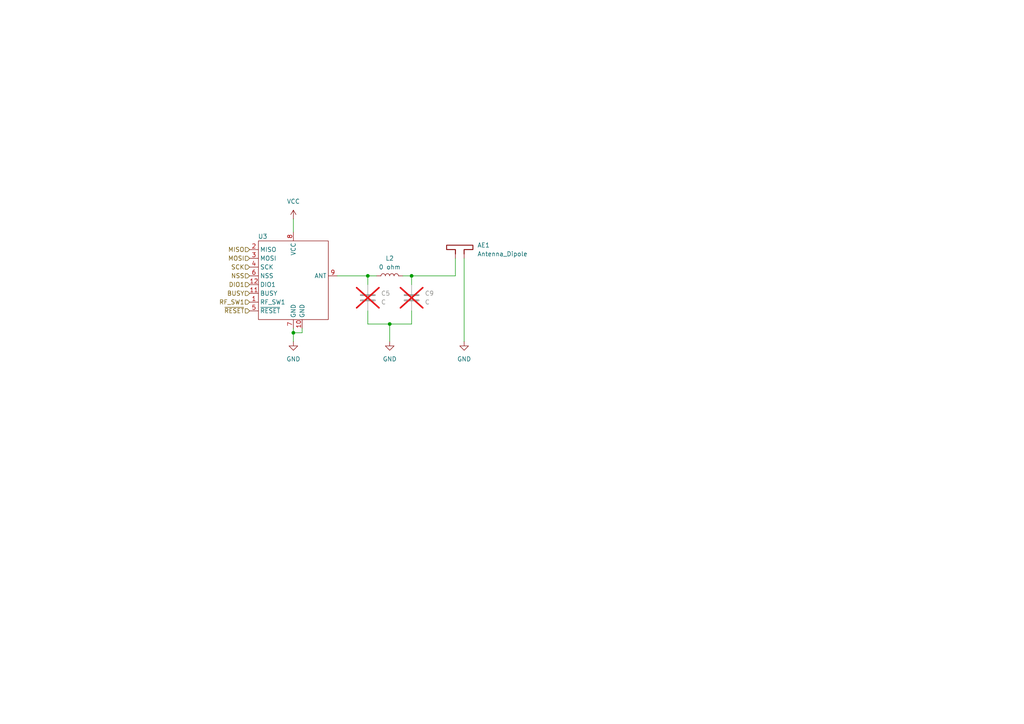
<source format=kicad_sch>
(kicad_sch (version 20250114) (generator "eeschema") (generator_version "9.0")
  (paper "A4")
  (title_block (title "Wio LoRa Module with SX1262") (date "2025-04-06") (rev "1.0"))
  (lib_symbols
    (symbol "Device:Antenna_Dipole" (pin_numbers (hide yes)) (pin_names (offset 1.016) (hide yes))
      (property "Reference" "AE" (at 1.27 1.27 0))
      (property "Value" "Antenna_Dipole" (at 1.27 0 0))
      (symbol "Antenna_Dipole_0_1"
        (polyline (pts (xy 2.54 -3.81) (xy 2.54 -2.54) (xy 5.08 -2.54) (xy 5.08 -1.27) (xy -2.54 -1.27) (xy -2.54 -2.54) (xy 0 -2.54) (xy 0 -3.81)) (stroke (width 0.254)))
      )
      (symbol "Antenna_Dipole_1_1"
        (pin input line (at 0 -5.08 90) (length 2.54) (name "~") (number "1"))
        (pin input line (at 2.54 -5.08 90) (length 2.54) (name "~") (number "2"))
      )
    )
    (symbol "Device:C" (pin_numbers (hide yes)) (pin_names (offset 0.254))
      (property "Reference" "C" (at 0.635 2.54 0))
      (property "Value" "C" (at 0.635 -2.54 0))
      (symbol "C_0_1"
        (polyline (pts (xy -2.032 0.762) (xy 2.032 0.762)) (stroke (width 0.508)))
        (polyline (pts (xy -2.032 -0.762) (xy 2.032 -0.762)) (stroke (width 0.508)))
      )
      (symbol "C_1_1"
        (pin passive line (at 0 3.81 270) (length 2.794) (name "~") (number "1"))
        (pin passive line (at 0 -3.81 90) (length 2.794) (name "~") (number "2"))
      )
    )
    (symbol "Device:L" (pin_numbers (hide yes)) (pin_names (offset 1.016) (hide yes))
      (property "Reference" "L" (at -1.27 0 90))
      (property "Value" "L" (at 1.905 0 90))
      (symbol "L_0_1"
        (arc (start 0 2.54) (mid 0.6323 1.905) (end 0 1.27))
        (arc (start 0 1.27) (mid 0.6323 0.635) (end 0 0))
        (arc (start 0 0) (mid 0.6323 -0.635) (end 0 -1.27))
        (arc (start 0 -1.27) (mid 0.6323 -1.905) (end 0 -2.54))
      )
      (symbol "L_1_1"
        (pin passive line (at 0 3.81 270) (length 1.27) (name "1") (number "1"))
        (pin passive line (at 0 -3.81 90) (length 1.27) (name "2") (number "2"))
      )
    )
    (symbol "power:GND" (power) (pin_numbers (hide yes)) (pin_names (offset 0) (hide yes))
      (property "Value" "GND" (at 0 -3.81 0))
      (symbol "GND_0_1"
        (polyline (pts (xy 0 0) (xy 0 -1.27) (xy 1.27 -1.27) (xy 0 -2.54) (xy -1.27 -1.27) (xy 0 -1.27)))
      )
      (symbol "GND_1_1"
        (pin power_in line (at 0 0 270) (length 0) (name "~") (number "1"))
      )
    )
    (symbol "power:VCC" (power) (pin_numbers (hide yes)) (pin_names (offset 0) (hide yes))
      (property "Value" "VCC" (at 0 3.556 0))
      (symbol "VCC_0_1"
        (polyline (pts (xy -0.762 1.27) (xy 0 2.54)))
        (polyline (pts (xy 0 2.54) (xy 0.762 1.27)))
        (polyline (pts (xy 0 0) (xy 0 2.54)))
      )
      (symbol "VCC_1_1"
        (pin power_in line (at 0 0 90) (length 0) (name "~") (number "1"))
      )
    )
    (symbol "sensecap:Wio-SX1262"
      (property "Reference" "U" (at -9.652 11.43 0))
      (symbol "Wio-SX1262_1_0"
        (rectangle (start -10.1346 -12.6746) (end 10.1346 10.1346))
        (pin bidirectional line (at -12.7 7.62 0) (length 2.5146) (name "MISO") (number "2"))
        (pin bidirectional line (at -12.7 5.08 0) (length 2.5146) (name "MOSI") (number "3"))
        (pin bidirectional line (at -12.7 2.54 0) (length 2.5146) (name "SCK") (number "4"))
        (pin bidirectional line (at -12.7 0 0) (length 2.5146) (name "NSS") (number "6"))
        (pin bidirectional line (at -12.7 -2.54 0) (length 2.5146) (name "DIO1") (number "12"))
        (pin output line (at -12.7 -5.08 0) (length 2.5146) (name "BUSY") (number "11"))
        (pin input line (at -12.7 -7.62 0) (length 2.5146) (name "RF_SW1") (number "1"))
        (pin input line (at -12.7 -10.16 0) (length 2.5146) (name "~{RESET}") (number "5"))
        (pin power_in line (at 0 12.7 270) (length 2.5146) (name "VCC") (number "8"))
        (pin power_in line (at 0 -15.24 90) (length 2.5146) (name "GND") (number "7"))
        (pin power_in line (at 2.54 -15.24 90) (length 2.5146) (name "GND") (number "10"))
        (pin bidirectional line (at 12.7 0 180) (length 2.5146) (name "ANT") (number "9"))
      )
    )
  )
  (junction (at 106.68 80.01))
  (junction (at 113.03 93.98))
  (junction (at 119.38 80.01))
  (junction (at 85.09 96.52))
  (wire (pts (xy 85.09 63.5) (xy 85.09 67.31)))
  (wire (pts (xy 119.38 80.01) (xy 119.38 82.55)))
  (wire (pts (xy 85.09 95.25) (xy 85.09 96.52)))
  (wire (pts (xy 106.68 80.01) (xy 109.22 80.01)))
  (wire (pts (xy 119.38 93.98) (xy 119.38 90.17)))
  (wire (pts (xy 106.68 90.17) (xy 106.68 93.98)))
  (wire (pts (xy 113.03 93.98) (xy 113.03 99.06)))
  (wire (pts (xy 85.09 96.52) (xy 85.09 99.06)))
  (wire (pts (xy 97.79 80.01) (xy 106.68 80.01)))
  (wire (pts (xy 132.08 80.01) (xy 132.08 74.93)))
  (wire (pts (xy 113.03 93.98) (xy 119.38 93.98)))
  (wire (pts (xy 87.63 95.25) (xy 87.63 96.52)))
  (wire (pts (xy 134.62 74.93) (xy 134.62 99.06)))
  (wire (pts (xy 106.68 93.98) (xy 113.03 93.98)))
  (wire (pts (xy 87.63 96.52) (xy 85.09 96.52)))
  (wire (pts (xy 119.38 80.01) (xy 132.08 80.01)))
  (wire (pts (xy 106.68 80.01) (xy 106.68 82.55)))
  (wire (pts (xy 116.84 80.01) (xy 119.38 80.01)))
  (hierarchical_label "DIO1" (shape input) (at 72.39 82.55 180))
  (hierarchical_label "BUSY" (shape input) (at 72.39 85.09 180))
  (hierarchical_label "~{RESET}" (shape input) (at 72.39 90.17 180))
  (hierarchical_label "MISO" (shape input) (at 72.39 72.39 180))
  (hierarchical_label "MOSI" (shape input) (at 72.39 74.93 180))
  (hierarchical_label "NSS" (shape input) (at 72.39 80.01 180))
  (hierarchical_label "SCK" (shape input) (at 72.39 77.47 180))
  (hierarchical_label "RF_SW1" (shape input) (at 72.39 87.63 180))
  (symbol (lib_id "Device:L") (at 113.03 80.01 90) (unit 1)
    (property "Reference" "L2" (at 113.03 74.93 90))
    (property "Value" "0 ohm" (at 113.03 77.47 90))
    (property "Footprint" "Inductor_SMD:L_0603_1608Metric" (effects (hide yes)))
    (property "Description" "Inductor" (effects (hide yes)))
  )
  (symbol (lib_id "Device:C") (at 119.38 86.36 0) (unit 1) (in_bom no) (dnp yes)
    (property "Reference" "C9" (at 123.19 85.0899 0) (effects (justify left)))
    (property "Value" "C" (at 123.19 87.6299 0) (effects (justify left)))
    (property "Footprint" "Capacitor_SMD:C_0603_1608Metric" (effects (hide yes)))
    (property "Description" "Unpolarized capacitor" (effects (hide yes)))
  )
  (symbol (lib_id "sensecap:Wio-SX1262") (at 85.09 80.01 0) (unit 1)
    (property "Reference" "U3" (at 76.2 68.58 0))
    (property "Value" "Wio-SX1262 / 113991436" (effects (hide yes)))
    (property "Footprint" "sensecap:MODULE12P-1.27-11X11.6MM" (effects (hide yes)))
    (property "Datasheet" "https://files.seeedstudio.com/products/SenseCAP/Wio_SX1262/Wio-SX1262_Module_Datasheet.pdf" (effects (hide yes)))
    (property "Manufacturer" "seeed studio" (effects (hide yes)))
  )
  (symbol (lib_id "power:GND") (at 134.62 99.06 0) (unit 1)
    (property "Reference" "#PWR03" (effects (hide yes)))
    (property "Value" "GND" (at 134.62 104.14 0))
    (property "Description" "Power symbol creates a global label with name \"GND\" , ground" (effects (hide yes)))
  )
  (symbol (lib_id "Device:Antenna_Dipole") (at 132.08 69.85 0) (unit 1) (in_bom no)
    (property "Reference" "AE1" (at 138.43 71.1199 0) (effects (justify left)))
    (property "Value" "Antenna_Dipole" (at 138.43 73.6599 0) (effects (justify left)))
    (property "Footprint" "Antennas:868 Inverted F Antenna" (effects (hide yes)))
    (property "Description" "Dipole antenna" (effects (hide yes)))
  )
  (symbol (lib_id "power:VCC") (at 85.09 63.5 0) (unit 1)
    (property "Reference" "#PWR04" (effects (hide yes)))
    (property "Value" "VCC" (at 85.09 58.42 0))
    (property "Description" "Power symbol creates a global label with name \"VCC\"" (effects (hide yes)))
  )
  (symbol (lib_id "power:GND") (at 113.03 99.06 0) (unit 1)
    (property "Reference" "#PWR01" (effects (hide yes)))
    (property "Value" "GND" (at 113.03 104.14 0))
    (property "Description" "Power symbol creates a global label with name \"GND\" , ground" (effects (hide yes)))
  )
  (symbol (lib_id "power:GND") (at 85.09 99.06 0) (unit 1)
    (property "Reference" "#PWR02" (effects (hide yes)))
    (property "Value" "GND" (at 85.09 104.14 0))
    (property "Description" "Power symbol creates a global label with name \"GND\" , ground" (effects (hide yes)))
  )
  (symbol (lib_id "Device:C") (at 106.68 86.36 0) (unit 1) (in_bom no) (dnp yes)
    (property "Reference" "C5" (at 110.49 85.0899 0) (effects (justify left)))
    (property "Value" "C" (at 110.49 87.6299 0) (effects (justify left)))
    (property "Footprint" "Capacitor_SMD:C_0603_1608Metric" (effects (hide yes)))
    (property "Description" "Unpolarized capacitor" (effects (hide yes)))
  )
)
</source>
